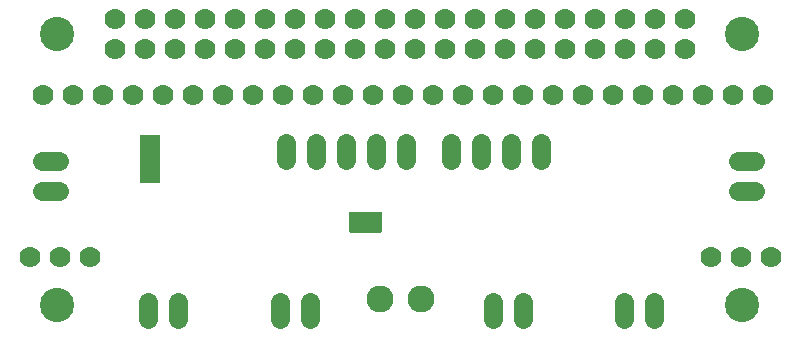
<source format=gbr>
G04 EAGLE Gerber RS-274X export*
G75*
%MOMM*%
%FSLAX34Y34*%
%LPD*%
%INSoldermask Bottom*%
%IPPOS*%
%AMOC8*
5,1,8,0,0,1.08239X$1,22.5*%
G01*
%ADD10C,2.901600*%
%ADD11C,1.778000*%
%ADD12C,1.609600*%
%ADD13C,2.286000*%
%ADD14R,1.778000X4.165600*%
%ADD15R,1.270000X1.701800*%
%ADD16R,0.736600X0.304800*%

G36*
X308728Y96536D02*
X308728Y96536D01*
X308847Y96543D01*
X308885Y96556D01*
X308926Y96561D01*
X309036Y96604D01*
X309149Y96641D01*
X309184Y96663D01*
X309221Y96678D01*
X309317Y96748D01*
X309418Y96811D01*
X309446Y96841D01*
X309479Y96864D01*
X309555Y96956D01*
X309636Y97043D01*
X309656Y97078D01*
X309681Y97109D01*
X309732Y97217D01*
X309790Y97321D01*
X309800Y97361D01*
X309817Y97397D01*
X309839Y97514D01*
X309869Y97629D01*
X309873Y97690D01*
X309877Y97710D01*
X309875Y97730D01*
X309879Y97790D01*
X309879Y113030D01*
X309864Y113148D01*
X309857Y113267D01*
X309844Y113305D01*
X309839Y113346D01*
X309796Y113456D01*
X309759Y113569D01*
X309737Y113604D01*
X309722Y113641D01*
X309653Y113737D01*
X309589Y113838D01*
X309559Y113866D01*
X309536Y113899D01*
X309444Y113975D01*
X309357Y114056D01*
X309322Y114076D01*
X309291Y114101D01*
X309183Y114152D01*
X309079Y114210D01*
X309039Y114220D01*
X309003Y114237D01*
X308886Y114259D01*
X308771Y114289D01*
X308711Y114293D01*
X308691Y114297D01*
X308670Y114295D01*
X308610Y114299D01*
X283210Y114299D01*
X283092Y114284D01*
X282973Y114277D01*
X282935Y114264D01*
X282894Y114259D01*
X282784Y114216D01*
X282671Y114179D01*
X282636Y114157D01*
X282599Y114142D01*
X282503Y114073D01*
X282402Y114009D01*
X282374Y113979D01*
X282341Y113956D01*
X282266Y113864D01*
X282184Y113777D01*
X282164Y113742D01*
X282139Y113711D01*
X282088Y113603D01*
X282030Y113499D01*
X282020Y113459D01*
X282003Y113423D01*
X281981Y113306D01*
X281951Y113191D01*
X281947Y113131D01*
X281943Y113111D01*
X281944Y113104D01*
X281943Y113102D01*
X281944Y113086D01*
X281941Y113030D01*
X281941Y97790D01*
X281956Y97672D01*
X281963Y97553D01*
X281976Y97515D01*
X281981Y97474D01*
X282024Y97364D01*
X282061Y97251D01*
X282083Y97216D01*
X282098Y97179D01*
X282168Y97083D01*
X282231Y96982D01*
X282261Y96954D01*
X282284Y96921D01*
X282376Y96846D01*
X282463Y96764D01*
X282498Y96744D01*
X282529Y96719D01*
X282637Y96668D01*
X282741Y96610D01*
X282781Y96600D01*
X282817Y96583D01*
X282934Y96561D01*
X283049Y96531D01*
X283110Y96527D01*
X283130Y96523D01*
X283150Y96525D01*
X283210Y96521D01*
X308610Y96521D01*
X308728Y96536D01*
G37*
D10*
X35000Y35000D03*
X35000Y265000D03*
X615000Y265000D03*
X615000Y35000D03*
D11*
X83700Y252300D03*
X83700Y277700D03*
X109100Y252300D03*
X109100Y277700D03*
X134500Y252300D03*
X134500Y277700D03*
X159900Y252300D03*
X159900Y277700D03*
X185300Y252300D03*
X185300Y277700D03*
X210700Y252300D03*
X210700Y277700D03*
X236100Y252300D03*
X236100Y277700D03*
X261500Y252300D03*
X261500Y277700D03*
X286900Y252300D03*
X286900Y277700D03*
X312300Y252300D03*
X312300Y277700D03*
X337700Y252300D03*
X337700Y277700D03*
X363100Y252300D03*
X363100Y277700D03*
X388500Y252300D03*
X388500Y277700D03*
X413900Y252300D03*
X413900Y277700D03*
X439300Y252300D03*
X439300Y277700D03*
X464700Y252300D03*
X464700Y277700D03*
X490100Y252300D03*
X490100Y277700D03*
X515500Y252300D03*
X515500Y277700D03*
X540900Y252300D03*
X540900Y277700D03*
X566300Y252300D03*
X566300Y277700D03*
X22860Y213360D03*
X48260Y213360D03*
X73660Y213360D03*
X99060Y213360D03*
X124460Y213360D03*
X149860Y213360D03*
X175260Y213360D03*
X200660Y213360D03*
X226060Y213360D03*
X251460Y213360D03*
X276860Y213360D03*
X302260Y213360D03*
X327660Y213360D03*
X353060Y213360D03*
X378460Y213360D03*
X403860Y213360D03*
X429260Y213360D03*
X454660Y213360D03*
X480060Y213360D03*
X505460Y213360D03*
X530860Y213360D03*
X556260Y213360D03*
X581660Y213360D03*
X607060Y213360D03*
X632460Y213360D03*
D12*
X330200Y172640D02*
X330200Y157560D01*
X304800Y157560D02*
X304800Y172640D01*
X279400Y172640D02*
X279400Y157560D01*
X254000Y157560D02*
X254000Y172640D01*
X228600Y172640D02*
X228600Y157560D01*
D13*
X343120Y40640D03*
X308120Y40640D03*
D12*
X444500Y157560D02*
X444500Y172640D01*
X419100Y172640D02*
X419100Y157560D01*
X393700Y157560D02*
X393700Y172640D01*
X368300Y172640D02*
X368300Y157560D01*
D11*
X588010Y76200D03*
X613410Y76200D03*
X638810Y76200D03*
X11430Y76200D03*
X36830Y76200D03*
X62230Y76200D03*
D14*
X113030Y158750D03*
D12*
X429260Y38020D02*
X429260Y22940D01*
X403860Y22940D02*
X403860Y38020D01*
X539750Y38020D02*
X539750Y22940D01*
X514350Y22940D02*
X514350Y38020D01*
X610950Y157480D02*
X626030Y157480D01*
X626030Y132080D02*
X610950Y132080D01*
X248920Y38020D02*
X248920Y22940D01*
X223520Y22940D02*
X223520Y38020D01*
X137160Y38020D02*
X137160Y22940D01*
X111760Y22940D02*
X111760Y38020D01*
X36750Y132080D02*
X21670Y132080D01*
X21670Y157480D02*
X36750Y157480D01*
D15*
X288290Y105410D03*
X303530Y105410D03*
D16*
X295910Y105410D03*
M02*

</source>
